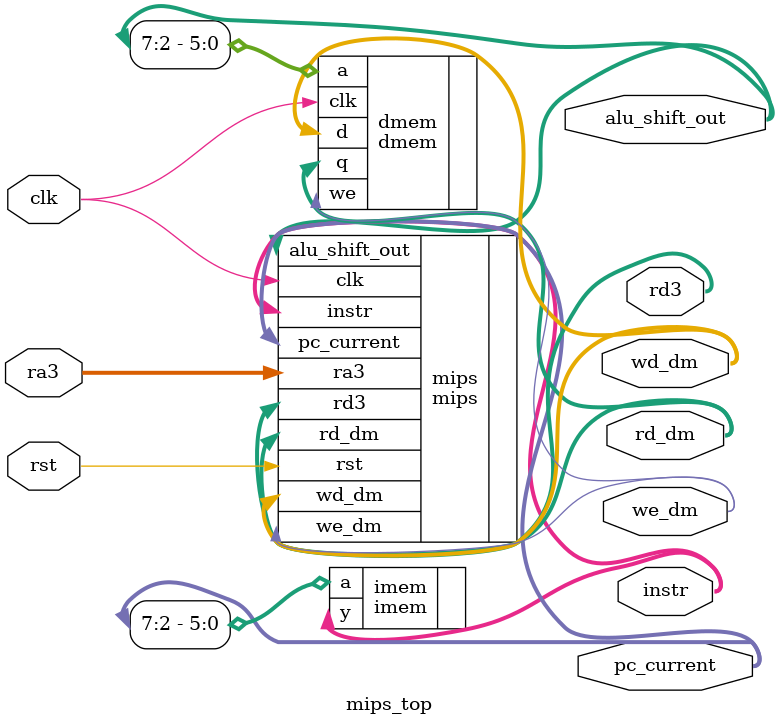
<source format=v>
module mips_top (
        input  wire        clk,
        input  wire        rst,
        input  wire [4:0]  ra3,
        output wire        we_dm,
        output wire [31:0] pc_current,
        output wire [31:0] instr,
        output wire [31:0] alu_shift_out,
        output wire [31:0] wd_dm,
        output wire [31:0] rd_dm,
        output wire [31:0] rd3
    );

    wire [31:0] DONT_USE;

    mips mips (
            .clk            (clk),
            .rst            (rst),
            .ra3            (ra3),
            .instr          (instr),
            .rd_dm          (rd_dm),
            .we_dm          (we_dm),
            .pc_current     (pc_current),
            .alu_shift_out  (alu_shift_out),
            .wd_dm          (wd_dm),
            .rd3            (rd3)
        );

    imem imem (
            .a              (pc_current[7:2]),
            .y              (instr)
        );

    dmem dmem (
            .clk            (clk),
            .we             (we_dm),
            .a              (alu_shift_out[7:2]),
            .d              (wd_dm),
            .q              (rd_dm)
        );

endmodule
</source>
